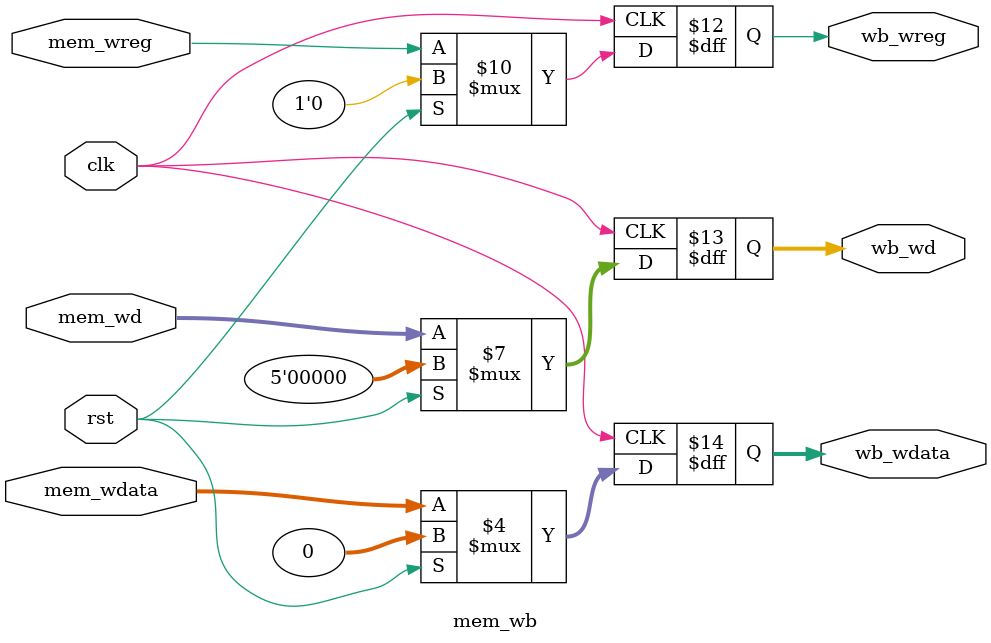
<source format=v>
`timescale 1ns / 1ps


module mem_wb(rst,clk,mem_wd,mem_wreg,mem_wdata,wb_wd,wb_wreg,wb_wdata);
    input wire rst,clk,mem_wreg;
    input wire[4:0] mem_wd;
    input wire[31:0] mem_wdata;
    output reg wb_wreg;
    output reg[4:0] wb_wd;
    output reg[31:0] wb_wdata;
    
    always @ (posedge clk) begin
        if (rst == 1'b1)begin
            wb_wreg <= 1'b0;
            wb_wd <= 5'b00000;
            wb_wdata <= 32'h00000000;
        end else begin
            wb_wd <= mem_wd;
            wb_wreg <= mem_wreg;
            wb_wdata <= mem_wdata;
        end
    end
    
endmodule

</source>
